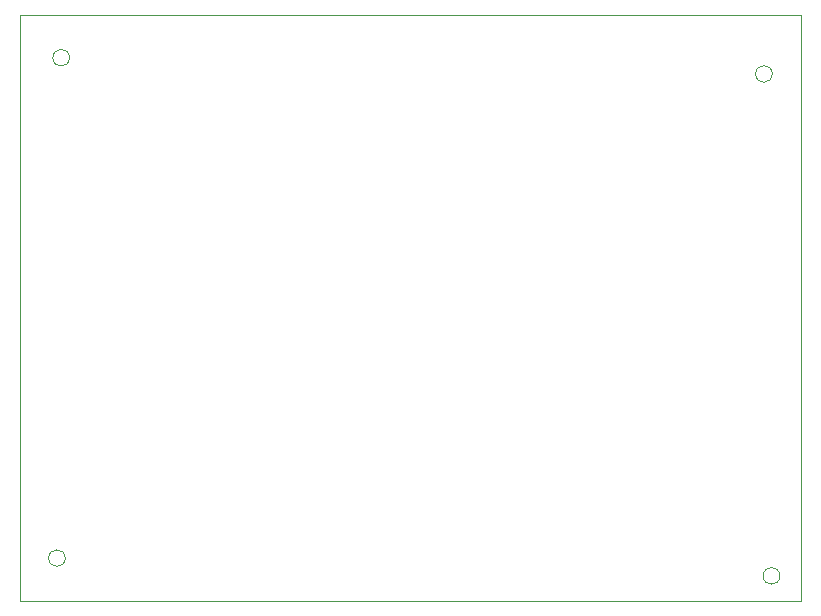
<source format=gbr>
%TF.GenerationSoftware,KiCad,Pcbnew,8.0.0*%
%TF.CreationDate,2025-01-05T23:08:37+05:30*%
%TF.ProjectId,sunday_pcb,73756e64-6179-45f7-9063-622e6b696361,rev?*%
%TF.SameCoordinates,Original*%
%TF.FileFunction,Profile,NP*%
%FSLAX46Y46*%
G04 Gerber Fmt 4.6, Leading zero omitted, Abs format (unit mm)*
G04 Created by KiCad (PCBNEW 8.0.0) date 2025-01-05 23:08:37*
%MOMM*%
%LPD*%
G01*
G04 APERTURE LIST*
%TA.AperFunction,Profile*%
%ADD10C,0.050000*%
%TD*%
G04 APERTURE END LIST*
D10*
X122207107Y-81000000D02*
G75*
G02*
X120792893Y-81000000I-707107J0D01*
G01*
X120792893Y-81000000D02*
G75*
G02*
X122207107Y-81000000I707107J0D01*
G01*
X181707107Y-82370000D02*
G75*
G02*
X180292893Y-82370000I-707107J0D01*
G01*
X180292893Y-82370000D02*
G75*
G02*
X181707107Y-82370000I707107J0D01*
G01*
X182347107Y-124870000D02*
G75*
G02*
X180932893Y-124870000I-707107J0D01*
G01*
X180932893Y-124870000D02*
G75*
G02*
X182347107Y-124870000I707107J0D01*
G01*
X118000000Y-77370000D02*
X184140000Y-77370000D01*
X184140000Y-127000000D01*
X118000000Y-127000000D01*
X118000000Y-77370000D01*
X121847107Y-123370000D02*
G75*
G02*
X120432893Y-123370000I-707107J0D01*
G01*
X120432893Y-123370000D02*
G75*
G02*
X121847107Y-123370000I707107J0D01*
G01*
M02*

</source>
